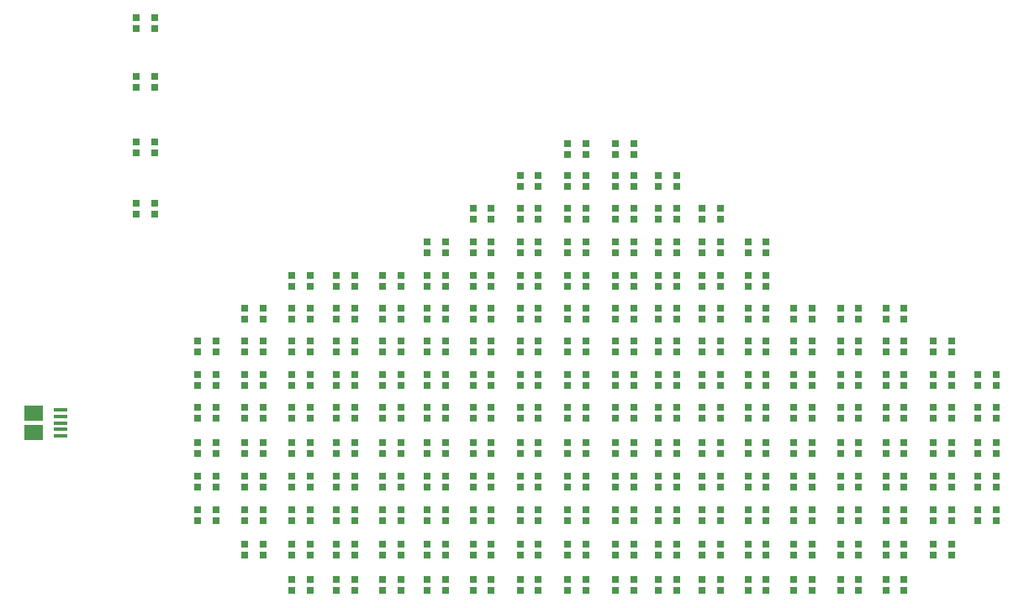
<source format=gtp>
G04 #@! TF.GenerationSoftware,KiCad,Pcbnew,(5.1.9)-1*
G04 #@! TF.CreationDate,2021-06-06T22:24:57-05:00*
G04 #@! TF.ProjectId,AirCloud,41697243-6c6f-4756-942e-6b696361645f,rev?*
G04 #@! TF.SameCoordinates,Original*
G04 #@! TF.FileFunction,Paste,Top*
G04 #@! TF.FilePolarity,Positive*
%FSLAX46Y46*%
G04 Gerber Fmt 4.6, Leading zero omitted, Abs format (unit mm)*
G04 Created by KiCad (PCBNEW (5.1.9)-1) date 2021-06-06 22:24:57*
%MOMM*%
%LPD*%
G01*
G04 APERTURE LIST*
%ADD10R,0.700000X0.700000*%
%ADD11R,1.900000X1.500000*%
%ADD12R,1.350000X0.400000*%
G04 APERTURE END LIST*
D10*
X145885000Y-73150000D03*
X145885000Y-74250000D03*
X147715000Y-74250000D03*
X147715000Y-73150000D03*
X204715000Y-120450000D03*
X204715000Y-119350000D03*
X202885000Y-119350000D03*
X202885000Y-120450000D03*
X202885000Y-100250000D03*
X202885000Y-99150000D03*
X204715000Y-99150000D03*
X204715000Y-100250000D03*
X179785000Y-96850000D03*
X179785000Y-95750000D03*
X181615000Y-95750000D03*
X181615000Y-96850000D03*
X200315000Y-100250000D03*
X200315000Y-99150000D03*
X198485000Y-99150000D03*
X198485000Y-100250000D03*
X145885000Y-79050000D03*
X145885000Y-80150000D03*
X147715000Y-80150000D03*
X147715000Y-79050000D03*
X145885000Y-85650000D03*
X145885000Y-86750000D03*
X147715000Y-86750000D03*
X147715000Y-85650000D03*
X145885000Y-91850000D03*
X145885000Y-92950000D03*
X147715000Y-92950000D03*
X147715000Y-91850000D03*
D11*
X135562500Y-115000000D03*
D12*
X138262500Y-113350000D03*
X138262500Y-112700000D03*
X138262500Y-115300000D03*
X138262500Y-114650000D03*
X138262500Y-114000000D03*
D11*
X135562500Y-113000000D03*
D10*
X191165000Y-86900000D03*
X191165000Y-85800000D03*
X189335000Y-85800000D03*
X189335000Y-86900000D03*
X194135000Y-86900000D03*
X194135000Y-85800000D03*
X195965000Y-85800000D03*
X195965000Y-86900000D03*
X186365000Y-90150000D03*
X186365000Y-89050000D03*
X184535000Y-89050000D03*
X184535000Y-90150000D03*
X189335000Y-90150000D03*
X189335000Y-89050000D03*
X191165000Y-89050000D03*
X191165000Y-90150000D03*
X195965000Y-90150000D03*
X195965000Y-89050000D03*
X194135000Y-89050000D03*
X194135000Y-90150000D03*
X198485000Y-90150000D03*
X198485000Y-89050000D03*
X200315000Y-89050000D03*
X200315000Y-90150000D03*
X179785000Y-93500000D03*
X179785000Y-92400000D03*
X181615000Y-92400000D03*
X181615000Y-93500000D03*
X186365000Y-93500000D03*
X186365000Y-92400000D03*
X184535000Y-92400000D03*
X184535000Y-93500000D03*
X189335000Y-93500000D03*
X189335000Y-92400000D03*
X191165000Y-92400000D03*
X191165000Y-93500000D03*
X195965000Y-93500000D03*
X195965000Y-92400000D03*
X194135000Y-92400000D03*
X194135000Y-93500000D03*
X198485000Y-93500000D03*
X198485000Y-92400000D03*
X200315000Y-92400000D03*
X200315000Y-93500000D03*
X204715000Y-93500000D03*
X204715000Y-92400000D03*
X202885000Y-92400000D03*
X202885000Y-93500000D03*
X175185000Y-96850000D03*
X175185000Y-95750000D03*
X177015000Y-95750000D03*
X177015000Y-96850000D03*
X184535000Y-96850000D03*
X184535000Y-95750000D03*
X186365000Y-95750000D03*
X186365000Y-96850000D03*
X191165000Y-96850000D03*
X191165000Y-95750000D03*
X189335000Y-95750000D03*
X189335000Y-96850000D03*
X194135000Y-96850000D03*
X194135000Y-95750000D03*
X195965000Y-95750000D03*
X195965000Y-96850000D03*
X200315000Y-96850000D03*
X200315000Y-95750000D03*
X198485000Y-95750000D03*
X198485000Y-96850000D03*
X202885000Y-96850000D03*
X202885000Y-95750000D03*
X204715000Y-95750000D03*
X204715000Y-96850000D03*
X209315000Y-96850000D03*
X209315000Y-95750000D03*
X207485000Y-95750000D03*
X207485000Y-96850000D03*
X161535000Y-100250000D03*
X161535000Y-99150000D03*
X163365000Y-99150000D03*
X163365000Y-100250000D03*
X167865000Y-100250000D03*
X167865000Y-99150000D03*
X166035000Y-99150000D03*
X166035000Y-100250000D03*
X172515000Y-100250000D03*
X172515000Y-99150000D03*
X170685000Y-99150000D03*
X170685000Y-100250000D03*
X177015000Y-100250000D03*
X177015000Y-99150000D03*
X175185000Y-99150000D03*
X175185000Y-100250000D03*
X179785000Y-100250000D03*
X179785000Y-99150000D03*
X181615000Y-99150000D03*
X181615000Y-100250000D03*
X186365000Y-100250000D03*
X186365000Y-99150000D03*
X184535000Y-99150000D03*
X184535000Y-100250000D03*
X189335000Y-100250000D03*
X189335000Y-99150000D03*
X191165000Y-99150000D03*
X191165000Y-100250000D03*
X195965000Y-100250000D03*
X195965000Y-99150000D03*
X194135000Y-99150000D03*
X194135000Y-100250000D03*
X209315000Y-100250000D03*
X209315000Y-99150000D03*
X207485000Y-99150000D03*
X207485000Y-100250000D03*
X156835000Y-103550000D03*
X156835000Y-102450000D03*
X158665000Y-102450000D03*
X158665000Y-103550000D03*
X163365000Y-103500000D03*
X163365000Y-102400000D03*
X161535000Y-102400000D03*
X161535000Y-103500000D03*
X166035000Y-103500000D03*
X166035000Y-102400000D03*
X167865000Y-102400000D03*
X167865000Y-103500000D03*
X170685000Y-103500000D03*
X170685000Y-102400000D03*
X172515000Y-102400000D03*
X172515000Y-103500000D03*
X175185000Y-103500000D03*
X175185000Y-102400000D03*
X177015000Y-102400000D03*
X177015000Y-103500000D03*
X181615000Y-103500000D03*
X181615000Y-102400000D03*
X179785000Y-102400000D03*
X179785000Y-103500000D03*
X184535000Y-103500000D03*
X184535000Y-102400000D03*
X186365000Y-102400000D03*
X186365000Y-103500000D03*
X191165000Y-103500000D03*
X191165000Y-102400000D03*
X189335000Y-102400000D03*
X189335000Y-103500000D03*
X194135000Y-103500000D03*
X194135000Y-102400000D03*
X195965000Y-102400000D03*
X195965000Y-103500000D03*
X200315000Y-103500000D03*
X200315000Y-102400000D03*
X198485000Y-102400000D03*
X198485000Y-103500000D03*
X202885000Y-103500000D03*
X202885000Y-102400000D03*
X204715000Y-102400000D03*
X204715000Y-103500000D03*
X209315000Y-103500000D03*
X209315000Y-102400000D03*
X207485000Y-102400000D03*
X207485000Y-103500000D03*
X212085000Y-103500000D03*
X212085000Y-102400000D03*
X213915000Y-102400000D03*
X213915000Y-103500000D03*
X218615000Y-103500000D03*
X218615000Y-102400000D03*
X216785000Y-102400000D03*
X216785000Y-103500000D03*
X221385000Y-103500000D03*
X221385000Y-102400000D03*
X223215000Y-102400000D03*
X223215000Y-103500000D03*
X153915000Y-106850000D03*
X153915000Y-105750000D03*
X152085000Y-105750000D03*
X152085000Y-106850000D03*
X156835000Y-106850000D03*
X156835000Y-105750000D03*
X158665000Y-105750000D03*
X158665000Y-106850000D03*
X163365000Y-106850000D03*
X163365000Y-105750000D03*
X161535000Y-105750000D03*
X161535000Y-106850000D03*
X166035000Y-106850000D03*
X166035000Y-105750000D03*
X167865000Y-105750000D03*
X167865000Y-106850000D03*
X170685000Y-106850000D03*
X170685000Y-105750000D03*
X172515000Y-105750000D03*
X172515000Y-106850000D03*
X175185000Y-106850000D03*
X175185000Y-105750000D03*
X177015000Y-105750000D03*
X177015000Y-106850000D03*
X181615000Y-106850000D03*
X181615000Y-105750000D03*
X179785000Y-105750000D03*
X179785000Y-106850000D03*
X184535000Y-106850000D03*
X184535000Y-105750000D03*
X186365000Y-105750000D03*
X186365000Y-106850000D03*
X191165000Y-106850000D03*
X191165000Y-105750000D03*
X189335000Y-105750000D03*
X189335000Y-106850000D03*
X195965000Y-106850000D03*
X195965000Y-105750000D03*
X194135000Y-105750000D03*
X194135000Y-106850000D03*
X198485000Y-106850000D03*
X198485000Y-105750000D03*
X200315000Y-105750000D03*
X200315000Y-106850000D03*
X204715000Y-106850000D03*
X204715000Y-105750000D03*
X202885000Y-105750000D03*
X202885000Y-106850000D03*
X207485000Y-106850000D03*
X207485000Y-105750000D03*
X209315000Y-105750000D03*
X209315000Y-106850000D03*
X213915000Y-106850000D03*
X213915000Y-105750000D03*
X212085000Y-105750000D03*
X212085000Y-106850000D03*
X216785000Y-106850000D03*
X216785000Y-105750000D03*
X218615000Y-105750000D03*
X218615000Y-106850000D03*
X223215000Y-106850000D03*
X223215000Y-105750000D03*
X221385000Y-105750000D03*
X221385000Y-106850000D03*
X226135000Y-106850000D03*
X226135000Y-105750000D03*
X227965000Y-105750000D03*
X227965000Y-106850000D03*
X153915000Y-110250000D03*
X153915000Y-109150000D03*
X152085000Y-109150000D03*
X152085000Y-110250000D03*
X156835000Y-110250000D03*
X156835000Y-109150000D03*
X158665000Y-109150000D03*
X158665000Y-110250000D03*
X163365000Y-110250000D03*
X163365000Y-109150000D03*
X161535000Y-109150000D03*
X161535000Y-110250000D03*
X166035000Y-110250000D03*
X166035000Y-109150000D03*
X167865000Y-109150000D03*
X167865000Y-110250000D03*
X170685000Y-110250000D03*
X170685000Y-109150000D03*
X172515000Y-109150000D03*
X172515000Y-110250000D03*
X175185000Y-110250000D03*
X175185000Y-109150000D03*
X177015000Y-109150000D03*
X177015000Y-110250000D03*
X181615000Y-110250000D03*
X181615000Y-109150000D03*
X179785000Y-109150000D03*
X179785000Y-110250000D03*
X184535000Y-110250000D03*
X184535000Y-109150000D03*
X186365000Y-109150000D03*
X186365000Y-110250000D03*
X191165000Y-110250000D03*
X191165000Y-109150000D03*
X189335000Y-109150000D03*
X189335000Y-110250000D03*
X194135000Y-110250000D03*
X194135000Y-109150000D03*
X195965000Y-109150000D03*
X195965000Y-110250000D03*
X200315000Y-110250000D03*
X200315000Y-109150000D03*
X198485000Y-109150000D03*
X198485000Y-110250000D03*
X202885000Y-110250000D03*
X202885000Y-109150000D03*
X204715000Y-109150000D03*
X204715000Y-110250000D03*
X209315000Y-110250000D03*
X209315000Y-109150000D03*
X207485000Y-109150000D03*
X207485000Y-110250000D03*
X212085000Y-110250000D03*
X212085000Y-109150000D03*
X213915000Y-109150000D03*
X213915000Y-110250000D03*
X218615000Y-110250000D03*
X218615000Y-109150000D03*
X216785000Y-109150000D03*
X216785000Y-110250000D03*
X221385000Y-110250000D03*
X221385000Y-109150000D03*
X223215000Y-109150000D03*
X223215000Y-110250000D03*
X227965000Y-110250000D03*
X227965000Y-109150000D03*
X226135000Y-109150000D03*
X226135000Y-110250000D03*
X230635000Y-110250000D03*
X230635000Y-109150000D03*
X232465000Y-109150000D03*
X232465000Y-110250000D03*
X153915000Y-113550000D03*
X153915000Y-112450000D03*
X152085000Y-112450000D03*
X152085000Y-113550000D03*
X156835000Y-113550000D03*
X156835000Y-112450000D03*
X158665000Y-112450000D03*
X158665000Y-113550000D03*
X163365000Y-113550000D03*
X163365000Y-112450000D03*
X161535000Y-112450000D03*
X161535000Y-113550000D03*
X166035000Y-113550000D03*
X166035000Y-112450000D03*
X167865000Y-112450000D03*
X167865000Y-113550000D03*
X170685000Y-113550000D03*
X170685000Y-112450000D03*
X172515000Y-112450000D03*
X172515000Y-113550000D03*
X175185000Y-113550000D03*
X175185000Y-112450000D03*
X177015000Y-112450000D03*
X177015000Y-113550000D03*
X181615000Y-113550000D03*
X181615000Y-112450000D03*
X179785000Y-112450000D03*
X179785000Y-113550000D03*
X184535000Y-113550000D03*
X184535000Y-112450000D03*
X186365000Y-112450000D03*
X186365000Y-113550000D03*
X191165000Y-113550000D03*
X191165000Y-112450000D03*
X189335000Y-112450000D03*
X189335000Y-113550000D03*
X194135000Y-113550000D03*
X194135000Y-112450000D03*
X195965000Y-112450000D03*
X195965000Y-113550000D03*
X200315000Y-113550000D03*
X200315000Y-112450000D03*
X198485000Y-112450000D03*
X198485000Y-113550000D03*
X202885000Y-113550000D03*
X202885000Y-112450000D03*
X204715000Y-112450000D03*
X204715000Y-113550000D03*
X209315000Y-113550000D03*
X209315000Y-112450000D03*
X207485000Y-112450000D03*
X207485000Y-113550000D03*
X212085000Y-113550000D03*
X212085000Y-112450000D03*
X213915000Y-112450000D03*
X213915000Y-113550000D03*
X216785000Y-113550000D03*
X216785000Y-112450000D03*
X218615000Y-112450000D03*
X218615000Y-113550000D03*
X221385000Y-113550000D03*
X221385000Y-112450000D03*
X223215000Y-112450000D03*
X223215000Y-113550000D03*
X227965000Y-113550000D03*
X227965000Y-112450000D03*
X226135000Y-112450000D03*
X226135000Y-113550000D03*
X230635000Y-113550000D03*
X230635000Y-112450000D03*
X232465000Y-112450000D03*
X232465000Y-113550000D03*
X153915000Y-117050000D03*
X153915000Y-115950000D03*
X152085000Y-115950000D03*
X152085000Y-117050000D03*
X156835000Y-117050000D03*
X156835000Y-115950000D03*
X158665000Y-115950000D03*
X158665000Y-117050000D03*
X163365000Y-117050000D03*
X163365000Y-115950000D03*
X161535000Y-115950000D03*
X161535000Y-117050000D03*
X166035000Y-117050000D03*
X166035000Y-115950000D03*
X167865000Y-115950000D03*
X167865000Y-117050000D03*
X170685000Y-117050000D03*
X170685000Y-115950000D03*
X172515000Y-115950000D03*
X172515000Y-117050000D03*
X175185000Y-117050000D03*
X175185000Y-115950000D03*
X177015000Y-115950000D03*
X177015000Y-117050000D03*
X181615000Y-117050000D03*
X181615000Y-115950000D03*
X179785000Y-115950000D03*
X179785000Y-117050000D03*
X184535000Y-117050000D03*
X184535000Y-115950000D03*
X186365000Y-115950000D03*
X186365000Y-117050000D03*
X191165000Y-117050000D03*
X191165000Y-115950000D03*
X189335000Y-115950000D03*
X189335000Y-117050000D03*
X194135000Y-117050000D03*
X194135000Y-115950000D03*
X195965000Y-115950000D03*
X195965000Y-117050000D03*
X200315000Y-117050000D03*
X200315000Y-115950000D03*
X198485000Y-115950000D03*
X198485000Y-117050000D03*
X204715000Y-117050000D03*
X204715000Y-115950000D03*
X202885000Y-115950000D03*
X202885000Y-117050000D03*
X207485000Y-117050000D03*
X207485000Y-115950000D03*
X209315000Y-115950000D03*
X209315000Y-117050000D03*
X213915000Y-117050000D03*
X213915000Y-115950000D03*
X212085000Y-115950000D03*
X212085000Y-117050000D03*
X216785000Y-117050000D03*
X216785000Y-115950000D03*
X218615000Y-115950000D03*
X218615000Y-117050000D03*
X223215000Y-117050000D03*
X223215000Y-115950000D03*
X221385000Y-115950000D03*
X221385000Y-117050000D03*
X226135000Y-117050000D03*
X226135000Y-115950000D03*
X227965000Y-115950000D03*
X227965000Y-117050000D03*
X232465000Y-117050000D03*
X232465000Y-115950000D03*
X230635000Y-115950000D03*
X230635000Y-117050000D03*
X152085000Y-120450000D03*
X152085000Y-119350000D03*
X153915000Y-119350000D03*
X153915000Y-120450000D03*
X158665000Y-120450000D03*
X158665000Y-119350000D03*
X156835000Y-119350000D03*
X156835000Y-120450000D03*
X161535000Y-120450000D03*
X161535000Y-119350000D03*
X163365000Y-119350000D03*
X163365000Y-120450000D03*
X167865000Y-120450000D03*
X167865000Y-119350000D03*
X166035000Y-119350000D03*
X166035000Y-120450000D03*
X172515000Y-120450000D03*
X172515000Y-119350000D03*
X170685000Y-119350000D03*
X170685000Y-120450000D03*
X177015000Y-120450000D03*
X177015000Y-119350000D03*
X175185000Y-119350000D03*
X175185000Y-120450000D03*
X179785000Y-120450000D03*
X179785000Y-119350000D03*
X181615000Y-119350000D03*
X181615000Y-120450000D03*
X186365000Y-120450000D03*
X186365000Y-119350000D03*
X184535000Y-119350000D03*
X184535000Y-120450000D03*
X189335000Y-120450000D03*
X189335000Y-119350000D03*
X191165000Y-119350000D03*
X191165000Y-120450000D03*
X195965000Y-120450000D03*
X195965000Y-119350000D03*
X194135000Y-119350000D03*
X194135000Y-120450000D03*
X198485000Y-120450000D03*
X198485000Y-119350000D03*
X200315000Y-119350000D03*
X200315000Y-120450000D03*
X207485000Y-120450000D03*
X207485000Y-119350000D03*
X209315000Y-119350000D03*
X209315000Y-120450000D03*
X213915000Y-120450000D03*
X213915000Y-119350000D03*
X212085000Y-119350000D03*
X212085000Y-120450000D03*
X216785000Y-120450000D03*
X216785000Y-119350000D03*
X218615000Y-119350000D03*
X218615000Y-120450000D03*
X223215000Y-120450000D03*
X223215000Y-119350000D03*
X221385000Y-119350000D03*
X221385000Y-120450000D03*
X226135000Y-120450000D03*
X226135000Y-119350000D03*
X227965000Y-119350000D03*
X227965000Y-120450000D03*
X232465000Y-120450000D03*
X232465000Y-119350000D03*
X230635000Y-119350000D03*
X230635000Y-120450000D03*
X152085000Y-123850000D03*
X152085000Y-122750000D03*
X153915000Y-122750000D03*
X153915000Y-123850000D03*
X158665000Y-123850000D03*
X158665000Y-122750000D03*
X156835000Y-122750000D03*
X156835000Y-123850000D03*
X161535000Y-123850000D03*
X161535000Y-122750000D03*
X163365000Y-122750000D03*
X163365000Y-123850000D03*
X167865000Y-123850000D03*
X167865000Y-122750000D03*
X166035000Y-122750000D03*
X166035000Y-123850000D03*
X172515000Y-123850000D03*
X172515000Y-122750000D03*
X170685000Y-122750000D03*
X170685000Y-123850000D03*
X177015000Y-123850000D03*
X177015000Y-122750000D03*
X175185000Y-122750000D03*
X175185000Y-123850000D03*
X179785000Y-123850000D03*
X179785000Y-122750000D03*
X181615000Y-122750000D03*
X181615000Y-123850000D03*
X186365000Y-123850000D03*
X186365000Y-122750000D03*
X184535000Y-122750000D03*
X184535000Y-123850000D03*
X189335000Y-123850000D03*
X189335000Y-122750000D03*
X191165000Y-122750000D03*
X191165000Y-123850000D03*
X195965000Y-123850000D03*
X195965000Y-122750000D03*
X194135000Y-122750000D03*
X194135000Y-123850000D03*
X198485000Y-123850000D03*
X198485000Y-122750000D03*
X200315000Y-122750000D03*
X200315000Y-123850000D03*
X204715000Y-123850000D03*
X204715000Y-122750000D03*
X202885000Y-122750000D03*
X202885000Y-123850000D03*
X207485000Y-123850000D03*
X207485000Y-122750000D03*
X209315000Y-122750000D03*
X209315000Y-123850000D03*
X213915000Y-123850000D03*
X213915000Y-122750000D03*
X212085000Y-122750000D03*
X212085000Y-123850000D03*
X216785000Y-123850000D03*
X216785000Y-122750000D03*
X218615000Y-122750000D03*
X218615000Y-123850000D03*
X223215000Y-123850000D03*
X223215000Y-122750000D03*
X221385000Y-122750000D03*
X221385000Y-123850000D03*
X226135000Y-123850000D03*
X226135000Y-122750000D03*
X227965000Y-122750000D03*
X227965000Y-123850000D03*
X230635000Y-123850000D03*
X230635000Y-122750000D03*
X232465000Y-122750000D03*
X232465000Y-123850000D03*
X158665000Y-127350000D03*
X158665000Y-126250000D03*
X156835000Y-126250000D03*
X156835000Y-127350000D03*
X161535000Y-127350000D03*
X161535000Y-126250000D03*
X163365000Y-126250000D03*
X163365000Y-127350000D03*
X167865000Y-127350000D03*
X167865000Y-126250000D03*
X166035000Y-126250000D03*
X166035000Y-127350000D03*
X172515000Y-127350000D03*
X172515000Y-126250000D03*
X170685000Y-126250000D03*
X170685000Y-127350000D03*
X177015000Y-127350000D03*
X177015000Y-126250000D03*
X175185000Y-126250000D03*
X175185000Y-127350000D03*
X179785000Y-127350000D03*
X179785000Y-126250000D03*
X181615000Y-126250000D03*
X181615000Y-127350000D03*
X186365000Y-127350000D03*
X186365000Y-126250000D03*
X184535000Y-126250000D03*
X184535000Y-127350000D03*
X189335000Y-127350000D03*
X189335000Y-126250000D03*
X191165000Y-126250000D03*
X191165000Y-127350000D03*
X195965000Y-127350000D03*
X195965000Y-126250000D03*
X194135000Y-126250000D03*
X194135000Y-127350000D03*
X200315000Y-127350000D03*
X200315000Y-126250000D03*
X198485000Y-126250000D03*
X198485000Y-127350000D03*
X204715000Y-127350000D03*
X204715000Y-126250000D03*
X202885000Y-126250000D03*
X202885000Y-127350000D03*
X207485000Y-127350000D03*
X207485000Y-126250000D03*
X209315000Y-126250000D03*
X209315000Y-127350000D03*
X213915000Y-127350000D03*
X213915000Y-126250000D03*
X212085000Y-126250000D03*
X212085000Y-127350000D03*
X216785000Y-127350000D03*
X216785000Y-126250000D03*
X218615000Y-126250000D03*
X218615000Y-127350000D03*
X223215000Y-127350000D03*
X223215000Y-126250000D03*
X221385000Y-126250000D03*
X221385000Y-127350000D03*
X226135000Y-127350000D03*
X226135000Y-126250000D03*
X227965000Y-126250000D03*
X227965000Y-127350000D03*
X163365000Y-130850000D03*
X163365000Y-129750000D03*
X161535000Y-129750000D03*
X161535000Y-130850000D03*
X166035000Y-130850000D03*
X166035000Y-129750000D03*
X167865000Y-129750000D03*
X167865000Y-130850000D03*
X170685000Y-130850000D03*
X170685000Y-129750000D03*
X172515000Y-129750000D03*
X172515000Y-130850000D03*
X177015000Y-130850000D03*
X177015000Y-129750000D03*
X175185000Y-129750000D03*
X175185000Y-130850000D03*
X179785000Y-130850000D03*
X179785000Y-129750000D03*
X181615000Y-129750000D03*
X181615000Y-130850000D03*
X186365000Y-130850000D03*
X186365000Y-129750000D03*
X184535000Y-129750000D03*
X184535000Y-130850000D03*
X189335000Y-130850000D03*
X189335000Y-129750000D03*
X191165000Y-129750000D03*
X191165000Y-130850000D03*
X195965000Y-130850000D03*
X195965000Y-129750000D03*
X194135000Y-129750000D03*
X194135000Y-130850000D03*
X198485000Y-130850000D03*
X198485000Y-129750000D03*
X200315000Y-129750000D03*
X200315000Y-130850000D03*
X204715000Y-130850000D03*
X204715000Y-129750000D03*
X202885000Y-129750000D03*
X202885000Y-130850000D03*
X207485000Y-130850000D03*
X207485000Y-129750000D03*
X209315000Y-129750000D03*
X209315000Y-130850000D03*
X212085000Y-130850000D03*
X212085000Y-129750000D03*
X213915000Y-129750000D03*
X213915000Y-130850000D03*
X218615000Y-130850000D03*
X218615000Y-129750000D03*
X216785000Y-129750000D03*
X216785000Y-130850000D03*
X221385000Y-130850000D03*
X221385000Y-129750000D03*
X223215000Y-129750000D03*
X223215000Y-130850000D03*
M02*

</source>
